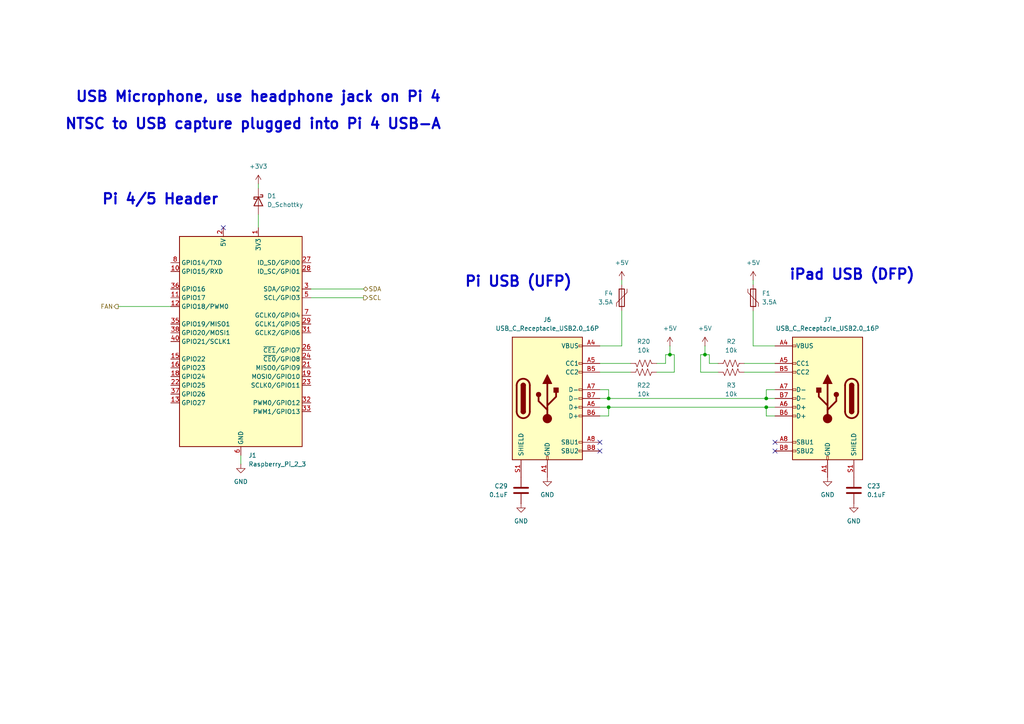
<source format=kicad_sch>
(kicad_sch (version 20231120) (generator "eeschema") (generator_version "8.0")
  (paper "A4")
  (lib_symbols
    (symbol "Connector:Raspberry_Pi_2_3"
      (property "Reference" "J" (at -17.78 31.75 0))
      (property "Value" "Raspberry_Pi_2_3" (at 10.16 -31.75 0))
      (symbol "Raspberry_Pi_2_3_0_1"
        (rectangle (start -17.78 30.48) (end 17.78 -30.48) (stroke (width 0.254)) (fill (type background)))
      )
      (symbol "Raspberry_Pi_2_3_1_1"
        (pin power_in line (at 5.08 33.02 270) (length 2.54) (name "3V3") (number "1"))
        (pin bidirectional line (at -20.32 20.32 0) (length 2.54) (name "GPIO15/RXD") (number "10"))
        (pin bidirectional line (at -20.32 12.7 0) (length 2.54) (name "GPIO17") (number "11"))
        (pin bidirectional line (at -20.32 10.16 0) (length 2.54) (name "GPIO18/PWM0") (number "12"))
        (pin bidirectional line (at -20.32 -17.78 0) (length 2.54) (name "GPIO27") (number "13"))
        (pin passive line (at 0 -33.02 90) (length 2.54) hide (name "GND") (number "14"))
        (pin bidirectional line (at -20.32 -5.08 0) (length 2.54) (name "GPIO22") (number "15"))
        (pin bidirectional line (at -20.32 -7.62 0) (length 2.54) (name "GPIO23") (number "16"))
        (pin passive line (at 5.08 33.02 270) (length 2.54) hide (name "3V3") (number "17"))
        (pin bidirectional line (at -20.32 -10.16 0) (length 2.54) (name "GPIO24") (number "18"))
        (pin bidirectional line (at 20.32 -10.16 180) (length 2.54) (name "MOSI0/GPIO10") (number "19"))
        (pin power_in line (at -5.08 33.02 270) (length 2.54) (name "5V") (number "2"))
        (pin passive line (at 0 -33.02 90) (length 2.54) hide (name "GND") (number "20"))
        (pin bidirectional line (at 20.32 -7.62 180) (length 2.54) (name "MISO0/GPIO9") (number "21"))
        (pin bidirectional line (at -20.32 -12.7 0) (length 2.54) (name "GPIO25") (number "22"))
        (pin bidirectional line (at 20.32 -12.7 180) (length 2.54) (name "SCLK0/GPIO11") (number "23"))
        (pin bidirectional line (at 20.32 -5.08 180) (length 2.54) (name "~{CE0}/GPIO8") (number "24"))
        (pin passive line (at 0 -33.02 90) (length 2.54) hide (name "GND") (number "25"))
        (pin bidirectional line (at 20.32 -2.54 180) (length 2.54) (name "~{CE1}/GPIO7") (number "26"))
        (pin bidirectional line (at 20.32 22.86 180) (length 2.54) (name "ID_SD/GPIO0") (number "27"))
        (pin bidirectional line (at 20.32 20.32 180) (length 2.54) (name "ID_SC/GPIO1") (number "28"))
        (pin bidirectional line (at 20.32 5.08 180) (length 2.54) (name "GCLK1/GPIO5") (number "29"))
        (pin bidirectional line (at 20.32 15.24 180) (length 2.54) (name "SDA/GPIO2") (number "3"))
        (pin passive line (at 0 -33.02 90) (length 2.54) hide (name "GND") (number "30"))
        (pin bidirectional line (at 20.32 2.54 180) (length 2.54) (name "GCLK2/GPIO6") (number "31"))
        (pin bidirectional line (at 20.32 -17.78 180) (length 2.54) (name "PWM0/GPIO12") (number "32"))
        (pin bidirectional line (at 20.32 -20.32 180) (length 2.54) (name "PWM1/GPIO13") (number "33"))
        (pin passive line (at 0 -33.02 90) (length 2.54) hide (name "GND") (number "34"))
        (pin bidirectional line (at -20.32 5.08 0) (length 2.54) (name "GPIO19/MISO1") (number "35"))
        (pin bidirectional line (at -20.32 15.24 0) (length 2.54) (name "GPIO16") (number "36"))
        (pin bidirectional line (at -20.32 -15.24 0) (length 2.54) (name "GPIO26") (number "37"))
        (pin bidirectional line (at -20.32 2.54 0) (length 2.54) (name "GPIO20/MOSI1") (number "38"))
        (pin passive line (at 0 -33.02 90) (length 2.54) hide (name "GND") (number "39"))
        (pin passive line (at -5.08 33.02 270) (length 2.54) hide (name "5V") (number "4"))
        (pin bidirectional line (at -20.32 0 0) (length 2.54) (name "GPIO21/SCLK1") (number "40"))
        (pin bidirectional line (at 20.32 12.7 180) (length 2.54) (name "SCL/GPIO3") (number "5"))
        (pin power_in line (at 0 -33.02 90) (length 2.54) (name "GND") (number "6"))
        (pin bidirectional line (at 20.32 7.62 180) (length 2.54) (name "GCLK0/GPIO4") (number "7"))
        (pin bidirectional line (at -20.32 22.86 0) (length 2.54) (name "GPIO14/TXD") (number "8"))
        (pin passive line (at 0 -33.02 90) (length 2.54) hide (name "GND") (number "9"))
      )
    )
    (symbol "Connector:USB_C_Receptacle_USB2.0_16P" (pin_names (offset 1.016))
      (property "Reference" "J" (at 0 22.225 0))
      (property "Value" "USB_C_Receptacle_USB2.0_16P" (at 0 19.685 0))
      (symbol "USB_C_Receptacle_USB2.0_16P_0_0"
        (rectangle (start -0.254 -17.78) (end 0.254 -16.764))
        (rectangle (start 10.16 -14.986) (end 9.144 -15.494))
        (rectangle (start 10.16 -12.446) (end 9.144 -12.954))
        (rectangle (start 10.16 -4.826) (end 9.144 -5.334))
        (rectangle (start 10.16 -2.286) (end 9.144 -2.794))
        (rectangle (start 10.16 0.254) (end 9.144 -0.254))
        (rectangle (start 10.16 2.794) (end 9.144 2.286))
        (rectangle (start 10.16 7.874) (end 9.144 7.366))
        (rectangle (start 10.16 10.414) (end 9.144 9.906))
        (rectangle (start 10.16 15.494) (end 9.144 14.986))
      )
      (symbol "USB_C_Receptacle_USB2.0_16P_0_1"
        (rectangle (start -10.16 17.78) (end 10.16 -17.78) (stroke (width 0.254)) (fill (type background)))
        (arc (start -8.89 -3.81) (mid -6.985 -5.7067) (end -5.08 -3.81) (stroke (width 0.508)))
        (arc (start -7.62 -3.81) (mid -6.985 -4.4423) (end -6.35 -3.81) (stroke (width 0.254)))
        (arc (start -7.62 -3.81) (mid -6.985 -4.4423) (end -6.35 -3.81) (stroke (width 0.254)) (fill (type outline)))
        (rectangle (start -7.62 -3.81) (end -6.35 3.81) (stroke (width 0.254)) (fill (type outline)))
        (arc (start -6.35 3.81) (mid -6.985 4.4423) (end -7.62 3.81) (stroke (width 0.254)))
        (arc (start -6.35 3.81) (mid -6.985 4.4423) (end -7.62 3.81) (stroke (width 0.254)) (fill (type outline)))
        (arc (start -5.08 3.81) (mid -6.985 5.7067) (end -8.89 3.81) (stroke (width 0.508)))
        (circle (center -2.54 1.143) (radius 0.635) (stroke (width 0.254)) (fill (type outline)))
        (circle (center 0 -5.842) (radius 1.27) (fill (type outline)))
        (polyline (pts (xy -8.89 -3.81) (xy -8.89 3.81)) (stroke (width 0.508)))
        (polyline (pts (xy -5.08 3.81) (xy -5.08 -3.81)) (stroke (width 0.508)))
        (polyline (pts (xy 0 -5.842) (xy 0 4.318)) (stroke (width 0.508)))
        (polyline (pts (xy 0 -3.302) (xy -2.54 -0.762) (xy -2.54 0.508)) (stroke (width 0.508)))
        (polyline (pts (xy 0 -2.032) (xy 2.54 0.508) (xy 2.54 1.778)) (stroke (width 0.508)))
        (polyline (pts (xy -1.27 4.318) (xy 0 6.858) (xy 1.27 4.318) (xy -1.27 4.318)) (stroke (width 0.254)) (fill (type outline)))
        (rectangle (start 1.905 1.778) (end 3.175 3.048) (stroke (width 0.254)) (fill (type outline)))
      )
      (symbol "USB_C_Receptacle_USB2.0_16P_1_1"
        (pin passive line (at 0 -22.86 90) (length 5.08) (name "GND") (number "A1"))
        (pin passive line (at 0 -22.86 90) (length 5.08) hide (name "GND") (number "A12"))
        (pin passive line (at 15.24 15.24 180) (length 5.08) (name "VBUS") (number "A4"))
        (pin bidirectional line (at 15.24 10.16 180) (length 5.08) (name "CC1") (number "A5"))
        (pin bidirectional line (at 15.24 -2.54 180) (length 5.08) (name "D+") (number "A6"))
        (pin bidirectional line (at 15.24 2.54 180) (length 5.08) (name "D-") (number "A7"))
        (pin bidirectional line (at 15.24 -12.7 180) (length 5.08) (name "SBU1") (number "A8"))
        (pin passive line (at 15.24 15.24 180) (length 5.08) hide (name "VBUS") (number "A9"))
        (pin passive line (at 0 -22.86 90) (length 5.08) hide (name "GND") (number "B1"))
        (pin passive line (at 0 -22.86 90) (length 5.08) hide (name "GND") (number "B12"))
        (pin passive line (at 15.24 15.24 180) (length 5.08) hide (name "VBUS") (number "B4"))
        (pin bidirectional line (at 15.24 7.62 180) (length 5.08) (name "CC2") (number "B5"))
        (pin bidirectional line (at 15.24 -5.08 180) (length 5.08) (name "D+") (number "B6"))
        (pin bidirectional line (at 15.24 0 180) (length 5.08) (name "D-") (number "B7"))
        (pin bidirectional line (at 15.24 -15.24 180) (length 5.08) (name "SBU2") (number "B8"))
        (pin passive line (at 15.24 15.24 180) (length 5.08) hide (name "VBUS") (number "B9"))
        (pin passive line (at -7.62 -22.86 90) (length 5.08) (name "SHIELD") (number "S1"))
      )
    )
    (symbol "Device:C" (pin_numbers hide) (pin_names (offset 0.254))
      (property "Reference" "C" (at 0.635 2.54 0))
      (property "Value" "C" (at 0.635 -2.54 0))
      (symbol "C_0_1"
        (polyline (pts (xy -2.032 -0.762) (xy 2.032 -0.762)) (stroke (width 0.508)))
        (polyline (pts (xy -2.032 0.762) (xy 2.032 0.762)) (stroke (width 0.508)))
      )
      (symbol "C_1_1"
        (pin passive line (at 0 3.81 270) (length 2.794) (name "~") (number "1"))
        (pin passive line (at 0 -3.81 90) (length 2.794) (name "~") (number "2"))
      )
    )
    (symbol "Device:D_Schottky" (pin_numbers hide) (pin_names (offset 1.016) hide)
      (property "Reference" "D" (at 0 2.54 0))
      (property "Value" "D_Schottky" (at 0 -2.54 0))
      (symbol "D_Schottky_0_1"
        (polyline (pts (xy 1.27 0) (xy -1.27 0)))
        (polyline (pts (xy 1.27 1.27) (xy 1.27 -1.27) (xy -1.27 0) (xy 1.27 1.27)) (stroke (width 0.254)))
        (polyline (pts (xy -1.905 0.635) (xy -1.905 1.27) (xy -1.27 1.27) (xy -1.27 -1.27) (xy -0.635 -1.27) (xy -0.635 -0.635)) (stroke (width 0.254)))
      )
      (symbol "D_Schottky_1_1"
        (pin passive line (at -3.81 0 0) (length 2.54) (name "K") (number "1"))
        (pin passive line (at 3.81 0 180) (length 2.54) (name "A") (number "2"))
      )
    )
    (symbol "Device:Polyfuse" (pin_numbers hide) (pin_names (offset 0))
      (property "Reference" "F" (at -2.54 0 90))
      (property "Value" "Polyfuse" (at 2.54 0 90))
      (symbol "Polyfuse_0_1"
        (rectangle (start -0.762 2.54) (end 0.762 -2.54) (stroke (width 0.254)))
        (polyline (pts (xy 0 2.54) (xy 0 -2.54)))
        (polyline (pts (xy -1.524 2.54) (xy -1.524 1.524) (xy 1.524 -1.524) (xy 1.524 -2.54)))
      )
      (symbol "Polyfuse_1_1"
        (pin passive line (at 0 3.81 270) (length 1.27) (name "~") (number "1"))
        (pin passive line (at 0 -3.81 90) (length 1.27) (name "~") (number "2"))
      )
    )
    (symbol "Device:R_US" (pin_numbers hide) (pin_names (offset 0))
      (property "Reference" "R" (at 2.54 0 90))
      (property "Value" "R_US" (at -2.54 0 90))
      (symbol "R_US_0_1"
        (polyline (pts (xy 0 -2.286) (xy 0 -2.54)))
        (polyline (pts (xy 0 2.286) (xy 0 2.54)))
        (polyline (pts (xy 0 -0.762) (xy 1.016 -1.143) (xy 0 -1.524) (xy -1.016 -1.905) (xy 0 -2.286)))
        (polyline (pts (xy 0 0.762) (xy 1.016 0.381) (xy 0 0) (xy -1.016 -0.381) (xy 0 -0.762)))
        (polyline (pts (xy 0 2.286) (xy 1.016 1.905) (xy 0 1.524) (xy -1.016 1.143) (xy 0 0.762)))
      )
      (symbol "R_US_1_1"
        (pin passive line (at 0 3.81 270) (length 1.27) (name "~") (number "1"))
        (pin passive line (at 0 -3.81 90) (length 1.27) (name "~") (number "2"))
      )
    )
    (symbol "power:+3V3" (power) (pin_numbers hide) (pin_names (offset 0) hide)
      (property "Value" "+3V3" (at 0 3.556 0))
      (symbol "+3V3_0_1"
        (polyline (pts (xy -0.762 1.27) (xy 0 2.54)))
        (polyline (pts (xy 0 0) (xy 0 2.54)))
        (polyline (pts (xy 0 2.54) (xy 0.762 1.27)))
      )
      (symbol "+3V3_1_1"
        (pin power_in line (at 0 0 90) (length 0) (name "~") (number "1"))
      )
    )
    (symbol "power:+5V" (power) (pin_numbers hide) (pin_names (offset 0) hide)
      (property "Value" "+5V" (at 0 3.556 0))
      (symbol "+5V_0_1"
        (polyline (pts (xy -0.762 1.27) (xy 0 2.54)))
        (polyline (pts (xy 0 0) (xy 0 2.54)))
        (polyline (pts (xy 0 2.54) (xy 0.762 1.27)))
      )
      (symbol "+5V_1_1"
        (pin power_in line (at 0 0 90) (length 0) (name "~") (number "1"))
      )
    )
    (symbol "power:GND" (power) (pin_numbers hide) (pin_names (offset 0) hide)
      (property "Value" "GND" (at 0 -3.81 0))
      (symbol "GND_0_1"
        (polyline (pts (xy 0 0) (xy 0 -1.27) (xy 1.27 -1.27) (xy 0 -2.54) (xy -1.27 -1.27) (xy 0 -1.27)))
      )
      (symbol "GND_1_1"
        (pin power_in line (at 0 0 270) (length 0) (name "~") (number "1"))
      )
    )
  )
  (junction (at 176.53 118.11))
  (junction (at 204.47 102.87))
  (junction (at 222.25 115.57))
  (junction (at 194.31 102.87))
  (junction (at 222.25 118.11))
  (junction (at 176.53 115.57))
  (no_connect (at 173.99 130.81))
  (no_connect (at 173.99 128.27))
  (no_connect (at 224.79 128.27))
  (no_connect (at 64.77 66.04))
  (no_connect (at 224.79 130.81))
  (wire (pts (xy 195.58 102.87) (xy 194.31 102.87)))
  (wire (pts (xy 215.9 105.41) (xy 224.79 105.41)))
  (wire (pts (xy 173.99 120.65) (xy 176.53 120.65)))
  (wire (pts (xy 74.93 53.34) (xy 74.93 54.61)))
  (wire (pts (xy 176.53 120.65) (xy 176.53 118.11)))
  (wire (pts (xy 194.31 102.87) (xy 193.04 102.87)))
  (wire (pts (xy 218.44 81.28) (xy 218.44 82.55)))
  (wire (pts (xy 204.47 102.87) (xy 205.74 102.87)))
  (wire (pts (xy 222.25 115.57) (xy 224.79 115.57)))
  (wire (pts (xy 222.25 118.11) (xy 224.79 118.11)))
  (wire (pts (xy 203.2 102.87) (xy 204.47 102.87)))
  (wire (pts (xy 224.79 100.33) (xy 218.44 100.33)))
  (wire (pts (xy 222.25 113.03) (xy 224.79 113.03)))
  (wire (pts (xy 176.53 113.03) (xy 173.99 113.03)))
  (wire (pts (xy 34.29 88.9) (xy 49.53 88.9)))
  (wire (pts (xy 176.53 118.11) (xy 173.99 118.11)))
  (wire (pts (xy 205.74 102.87) (xy 205.74 105.41)))
  (wire (pts (xy 208.28 105.41) (xy 205.74 105.41)))
  (wire (pts (xy 176.53 113.03) (xy 176.53 115.57)))
  (wire (pts (xy 203.2 102.87) (xy 203.2 107.95)))
  (wire (pts (xy 173.99 100.33) (xy 180.34 100.33)))
  (wire (pts (xy 222.25 120.65) (xy 222.25 118.11)))
  (wire (pts (xy 218.44 90.17) (xy 218.44 100.33)))
  (wire (pts (xy 222.25 113.03) (xy 222.25 115.57)))
  (wire (pts (xy 180.34 81.28) (xy 180.34 82.55)))
  (wire (pts (xy 180.34 90.17) (xy 180.34 100.33)))
  (wire (pts (xy 190.5 105.41) (xy 193.04 105.41)))
  (wire (pts (xy 74.93 62.23) (xy 74.93 66.04)))
  (wire (pts (xy 208.28 107.95) (xy 203.2 107.95)))
  (wire (pts (xy 90.17 83.82) (xy 105.41 83.82)))
  (wire (pts (xy 69.85 132.08) (xy 69.85 134.62)))
  (wire (pts (xy 195.58 102.87) (xy 195.58 107.95)))
  (wire (pts (xy 193.04 102.87) (xy 193.04 105.41)))
  (wire (pts (xy 182.88 107.95) (xy 173.99 107.95)))
  (wire (pts (xy 176.53 115.57) (xy 173.99 115.57)))
  (wire (pts (xy 215.9 107.95) (xy 224.79 107.95)))
  (wire (pts (xy 204.47 100.33) (xy 204.47 102.87)))
  (wire (pts (xy 224.79 120.65) (xy 222.25 120.65)))
  (wire (pts (xy 176.53 115.57) (xy 222.25 115.57)))
  (wire (pts (xy 194.31 100.33) (xy 194.31 102.87)))
  (wire (pts (xy 182.88 105.41) (xy 173.99 105.41)))
  (wire (pts (xy 90.17 86.36) (xy 105.41 86.36)))
  (wire (pts (xy 190.5 107.95) (xy 195.58 107.95)))
  (wire (pts (xy 176.53 118.11) (xy 222.25 118.11)))
  (text "NTSC to USB capture plugged into Pi 4 USB-A" (at 73.406 36.068 0) (effects (font (size 3 3) (thickness 0.6) (bold yes))))
  (text "Pi 4/5 Header" (at 46.482 57.912 0) (effects (font (size 3 3) (thickness 0.6) (bold yes))))
  (text "Pi USB (UFP)" (at 150.368 81.788 0) (effects (font (size 3 3) (thickness 0.6) (bold yes))))
  (text "USB Microphone, use headphone jack on Pi 4" (at 74.93 28.194 0) (effects (font (size 3 3) (thickness 0.6) (bold yes))))
  (text "iPad USB (DFP)" (at 247.142 79.756 0) (effects (font (size 3 3) (thickness 0.6) (bold yes))))
  (hierarchical_label "SCL" (shape output) (at 105.41 86.36 0))
  (hierarchical_label "SDA" (shape bidirectional) (at 105.41 83.82 0))
  (hierarchical_label "FAN" (shape output) (at 34.29 88.9 180))
  (symbol (lib_id "power:GND") (at 247.65 146.05 0) (unit 1)
    (property "Reference" "#PWR01" (effects (hide yes)))
    (property "Value" "GND" (at 247.65 151.13 0))
    (property "Description" "Power symbol creates a global label with name \"GND\" , ground" (effects (hide yes)))
  )
  (symbol (lib_id "Device:D_Schottky") (at 74.93 58.42 270) (unit 1)
    (property "Reference" "D1" (at 77.47 56.8324 90) (effects (justify left)))
    (property "Value" "D_Schottky" (at 77.47 59.3724 90) (effects (justify left)))
    (property "Description" "Schottky diode" (effects (hide yes)))
  )
  (symbol (lib_id "Device:R_US") (at 212.09 107.95 270) (mirror x) (unit 1)
    (property "Reference" "R3" (at 212.09 111.76 90))
    (property "Value" "10k" (at 212.09 114.3 90))
    (property "Description" "Resistor, US symbol" (effects (hide yes)))
  )
  (symbol (lib_id "power:+5V") (at 218.44 81.28 0) (unit 1)
    (property "Reference" "#PWR07" (effects (hide yes)))
    (property "Value" "+5V" (at 218.44 76.2 0))
    (property "Description" "Power symbol creates a global label with name \"+5V\"" (effects (hide yes)))
  )
  (symbol (lib_id "power:+5V") (at 180.34 81.28 0) (mirror y) (unit 1)
    (property "Reference" "#PWR063" (effects (hide yes)))
    (property "Value" "+5V" (at 180.34 76.2 0))
    (property "Description" "Power symbol creates a global label with name \"+5V\"" (effects (hide yes)))
  )
  (symbol (lib_id "power:GND") (at 69.85 134.62 0) (unit 1)
    (property "Reference" "#PWR060" (effects (hide yes)))
    (property "Value" "GND" (at 69.85 139.7 0))
    (property "Description" "Power symbol creates a global label with name \"GND\" , ground" (effects (hide yes)))
  )
  (symbol (lib_id "Device:C") (at 151.13 142.24 0) (mirror y) (unit 1)
    (property "Reference" "C29" (at 147.32 140.9699 0) (effects (justify left)))
    (property "Value" "0.1uF" (at 147.32 143.5099 0) (effects (justify left)))
    (property "Description" "Unpolarized capacitor" (effects (hide yes)))
  )
  (symbol (lib_id "Device:R_US") (at 186.69 107.95 90) (unit 1)
    (property "Reference" "R22" (at 186.69 111.76 90))
    (property "Value" "10k" (at 186.69 114.3 90))
    (property "Description" "Resistor, US symbol" (effects (hide yes)))
  )
  (symbol (lib_id "power:+5V") (at 194.31 100.33 0) (mirror y) (unit 1)
    (property "Reference" "#PWR061" (effects (hide yes)))
    (property "Value" "+5V" (at 194.31 95.25 0))
    (property "Description" "Power symbol creates a global label with name \"+5V\"" (effects (hide yes)))
  )
  (symbol (lib_id "power:GND") (at 240.03 138.43 0) (unit 1)
    (property "Reference" "#PWR04" (effects (hide yes)))
    (property "Value" "GND" (at 240.03 143.51 0))
    (property "Description" "Power symbol creates a global label with name \"GND\" , ground" (effects (hide yes)))
  )
  (symbol (lib_id "Connector:Raspberry_Pi_2_3") (at 69.85 99.06 0) (unit 1)
    (property "Reference" "J1" (at 72.0441 132.08 0) (effects (justify left)))
    (property "Value" "Raspberry_Pi_2_3" (at 72.0441 134.62 0) (effects (justify left)))
    (property "Datasheet" "https://www.raspberrypi.org/documentation/hardware/raspberrypi/schematics/rpi_SCH_3bplus_1p0_reduced.pdf" (effects (hide yes)))
    (property "Description" "expansion header for Raspberry Pi 2 & 3" (effects (hide yes)))
  )
  (symbol (lib_id "Connector:USB_C_Receptacle_USB2.0_16P") (at 240.03 115.57 0) (mirror y) (unit 1)
    (property "Reference" "J7" (at 240.03 92.71 0))
    (property "Value" "USB_C_Receptacle_USB2.0_16P" (at 240.03 95.25 0))
    (property "Footprint" "Connector_USB:USB_C_Receptacle_JAE_DX07S016JA1R1500" (effects (hide yes)))
    (property "Datasheet" "https://www.usb.org/sites/default/files/documents/usb_type-c.zip" (effects (hide yes)))
    (property "Description" "USB 2.0-only 16P Type-C Receptacle connector" (effects (hide yes)))
  )
  (symbol (lib_id "power:+5V") (at 204.47 100.33 0) (unit 1)
    (property "Reference" "#PWR08" (effects (hide yes)))
    (property "Value" "+5V" (at 204.47 95.25 0))
    (property "Description" "Power symbol creates a global label with name \"+5V\"" (effects (hide yes)))
  )
  (symbol (lib_id "Device:R_US") (at 186.69 105.41 270) (mirror x) (unit 1)
    (property "Reference" "R20" (at 186.69 99.06 90))
    (property "Value" "10k" (at 186.69 101.6 90))
    (property "Description" "Resistor, US symbol" (effects (hide yes)))
  )
  (symbol (lib_id "Connector:USB_C_Receptacle_USB2.0_16P") (at 158.75 115.57 0) (unit 1)
    (property "Reference" "J6" (at 158.75 92.71 0))
    (property "Value" "USB_C_Receptacle_USB2.0_16P" (at 158.75 95.25 0))
    (property "Footprint" "Connector_USB:USB_C_Receptacle_JAE_DX07S016JA1R1500" (effects (hide yes)))
    (property "Datasheet" "https://www.usb.org/sites/default/files/documents/usb_type-c.zip" (effects (hide yes)))
    (property "Description" "USB 2.0-only 16P Type-C Receptacle connector" (effects (hide yes)))
  )
  (symbol (lib_id "power:+3V3") (at 74.93 53.34 0) (unit 1)
    (property "Reference" "#PWR059" (effects (hide yes)))
    (property "Value" "+3V3" (at 74.93 48.26 0))
    (property "Description" "Power symbol creates a global label with name \"+3V3\"" (effects (hide yes)))
  )
  (symbol (lib_id "Device:C") (at 247.65 142.24 0) (unit 1)
    (property "Reference" "C23" (at 251.46 140.9699 0) (effects (justify left)))
    (property "Value" "0.1uF" (at 251.46 143.5099 0) (effects (justify left)))
    (property "Description" "Unpolarized capacitor" (effects (hide yes)))
  )
  (symbol (lib_id "Device:R_US") (at 212.09 105.41 90) (unit 1)
    (property "Reference" "R2" (at 212.09 99.06 90))
    (property "Value" "10k" (at 212.09 101.6 90))
    (property "Description" "Resistor, US symbol" (effects (hide yes)))
  )
  (symbol (lib_id "Device:Polyfuse") (at 218.44 86.36 0) (unit 1)
    (property "Reference" "F1" (at 220.98 85.0899 0) (effects (justify left)))
    (property "Value" "3.5A" (at 220.98 87.6299 0) (effects (justify left)))
    (property "Description" "Resettable fuse, polymeric positive temperature coefficient" (effects (hide yes)))
  )
  (symbol (lib_id "power:GND") (at 158.75 138.43 0) (mirror y) (unit 1)
    (property "Reference" "#PWR065" (effects (hide yes)))
    (property "Value" "GND" (at 158.75 143.51 0))
    (property "Description" "Power symbol creates a global label with name \"GND\" , ground" (effects (hide yes)))
  )
  (symbol (lib_id "Device:Polyfuse") (at 180.34 86.36 0) (mirror y) (unit 1)
    (property "Reference" "F4" (at 177.8 85.0899 0) (effects (justify left)))
    (property "Value" "3.5A" (at 177.8 87.6299 0) (effects (justify left)))
    (property "Description" "Resettable fuse, polymeric positive temperature coefficient" (effects (hide yes)))
  )
  (symbol (lib_id "power:GND") (at 151.13 146.05 0) (mirror y) (unit 1)
    (property "Reference" "#PWR068" (effects (hide yes)))
    (property "Value" "GND" (at 151.13 151.13 0))
    (property "Description" "Power symbol creates a global label with name \"GND\" , ground" (effects (hide yes)))
  )
)
</source>
